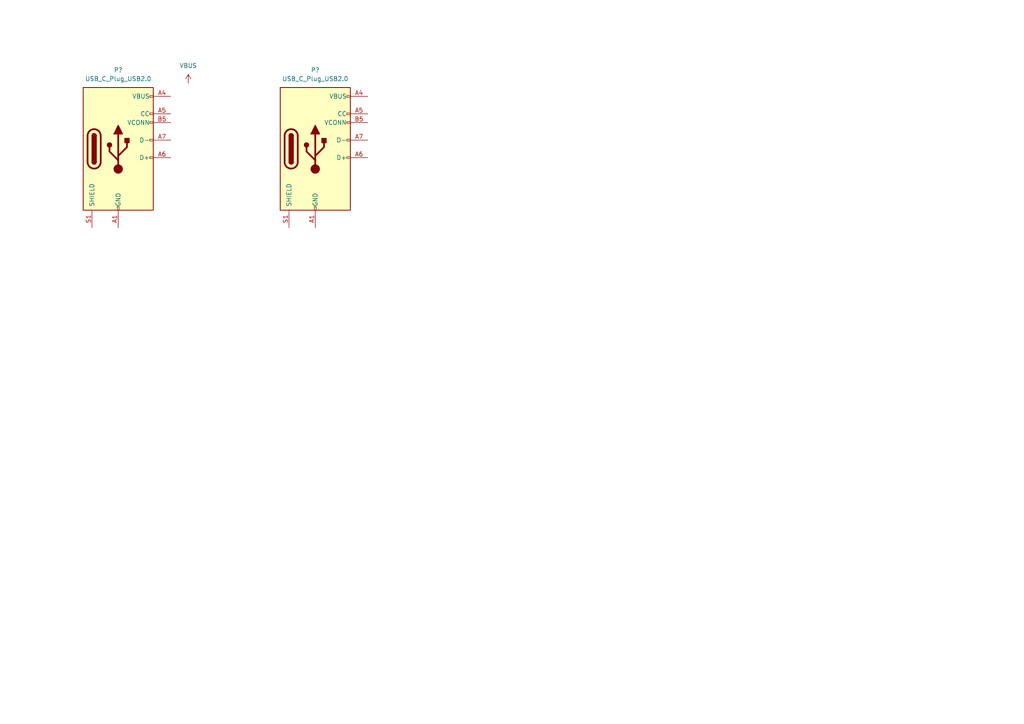
<source format=kicad_sch>
(kicad_sch (version 20211123) (generator eeschema)
  (paper "A4")
  (lib_symbols
    (symbol "Connector:USB_C_Plug_USB2.0" (pin_names (offset 1.016))
      (property "Reference" "P" (at -10.16 19.05 0))
      (property "Value" "USB_C_Plug_USB2.0" (at 12.7 19.05 0))
      (symbol "USB_C_Plug_USB2.0_0_0"
        (rectangle (start -0.254 -17.78) (end 0.254 -16.764))
        (rectangle (start 10.16 -2.286) (end 9.144 -2.794))
        (rectangle (start 10.16 2.794) (end 9.144 2.286))
        (rectangle (start 10.16 7.874) (end 9.144 7.366))
        (rectangle (start 10.16 10.414) (end 9.144 9.906))
        (rectangle (start 10.16 15.494) (end 9.144 14.986))
      )
      (symbol "USB_C_Plug_USB2.0_0_1"
        (rectangle (start -10.16 17.78) (end 10.16 -17.78) (stroke (width 0.254)) (fill (type background)))
        (arc (start -8.89 -3.81) (mid -6.985 -5.715) (end -5.08 -3.81) (stroke (width 0.508)))
        (arc (start -7.62 -3.81) (mid -6.985 -4.445) (end -6.35 -3.81) (stroke (width 0.254)))
        (arc (start -7.62 -3.81) (mid -6.985 -4.445) (end -6.35 -3.81) (stroke (width 0.254)) (fill (type outline)))
        (rectangle (start -7.62 -3.81) (end -6.35 3.81) (stroke (width 0.254)) (fill (type outline)))
        (arc (start -6.35 3.81) (mid -6.985 4.445) (end -7.62 3.81) (stroke (width 0.254)))
        (arc (start -6.35 3.81) (mid -6.985 4.445) (end -7.62 3.81) (stroke (width 0.254)) (fill (type outline)))
        (arc (start -5.08 3.81) (mid -6.985 5.715) (end -8.89 3.81) (stroke (width 0.508)))
        (circle (center -2.54 1.143) (radius 0.635) (stroke (width 0.254)) (fill (type outline)))
        (circle (center 0 -5.842) (radius 1.27) (fill (type outline)))
        (polyline (pts (xy -8.89 -3.81) (xy -8.89 3.81)) (stroke (width 0.508)))
        (polyline (pts (xy -5.08 3.81) (xy -5.08 -3.81)) (stroke (width 0.508)))
        (polyline (pts (xy 0 -5.842) (xy 0 4.318)) (stroke (width 0.508)))
        (polyline (pts (xy 0 -3.302) (xy -2.54 -0.762) (xy -2.54 0.508)) (stroke (width 0.508)))
        (polyline (pts (xy 0 -2.032) (xy 2.54 0.508) (xy 2.54 1.778)) (stroke (width 0.508)))
        (polyline (pts (xy -1.27 4.318) (xy 0 6.858) (xy 1.27 4.318) (xy -1.27 4.318)) (stroke (width 0.254)) (fill (type outline)))
        (rectangle (start 1.905 1.778) (end 3.175 3.048) (stroke (width 0.254)) (fill (type outline)))
      )
      (symbol "USB_C_Plug_USB2.0_1_1"
        (pin passive line (at 0 -22.86 90) (length 5.08) (name "GND") (number "A1"))
        (pin passive line (at 0 -22.86 90) (length 5.08) hide (name "GND") (number "A12"))
        (pin passive line (at 15.24 15.24 180) (length 5.08) (name "VBUS") (number "A4"))
        (pin bidirectional line (at 15.24 10.16 180) (length 5.08) (name "CC") (number "A5"))
        (pin bidirectional line (at 15.24 -2.54 180) (length 5.08) (name "D+") (number "A6"))
        (pin bidirectional line (at 15.24 2.54 180) (length 5.08) (name "D-") (number "A7"))
        (pin passive line (at 15.24 15.24 180) (length 5.08) hide (name "VBUS") (number "A9"))
        (pin passive line (at 0 -22.86 90) (length 5.08) hide (name "GND") (number "B1"))
        (pin passive line (at 0 -22.86 90) (length 5.08) hide (name "GND") (number "B12"))
        (pin passive line (at 15.24 15.24 180) (length 5.08) hide (name "VBUS") (number "B4"))
        (pin bidirectional line (at 15.24 7.62 180) (length 5.08) (name "VCONN") (number "B5"))
        (pin passive line (at 15.24 15.24 180) (length 5.08) hide (name "VBUS") (number "B9"))
        (pin passive line (at -7.62 -22.86 90) (length 5.08) (name "SHIELD") (number "S1"))
      )
    )
    (symbol "power:VBUS" (power) (pin_names (offset 0))
      (property "Value" "VBUS" (at 0 3.81 0))
      (symbol "VBUS_0_1"
        (polyline (pts (xy -0.762 1.27) (xy 0 2.54)))
        (polyline (pts (xy 0 0) (xy 0 2.54)))
        (polyline (pts (xy 0 2.54) (xy 0.762 1.27)))
      )
      (symbol "VBUS_1_1"
        (pin power_in line (at 0 0 90) (length 0) hide (name "VBUS") (number "1"))
      )
    )
  )
  (symbol (lib_id "Connector:USB_C_Plug_USB2.0") (at 91.44 43.18 0) (unit 1)
    (property "Reference" "P?" (at 91.44 20.32 0))
    (property "Value" "USB_C_Plug_USB2.0" (at 91.44 22.86 0))
    (property "Datasheet" "https://www.usb.org/sites/default/files/documents/usb_type-c.zip" (effects hide))
  )
  (symbol (lib_id "power:VBUS") (at 54.61 24.13 0) (unit 1)
    (property "Reference" "#PWR?" (effects hide))
    (property "Value" "VBUS" (at 54.61 19.05 0))
  )
  (symbol (lib_id "Connector:USB_C_Plug_USB2.0") (at 34.29 43.18 0) (unit 1)
    (property "Reference" "P?" (at 34.29 20.32 0))
    (property "Value" "USB_C_Plug_USB2.0" (at 34.29 22.86 0))
    (property "Datasheet" "https://www.usb.org/sites/default/files/documents/usb_type-c.zip" (effects hide))
  )
)
</source>
